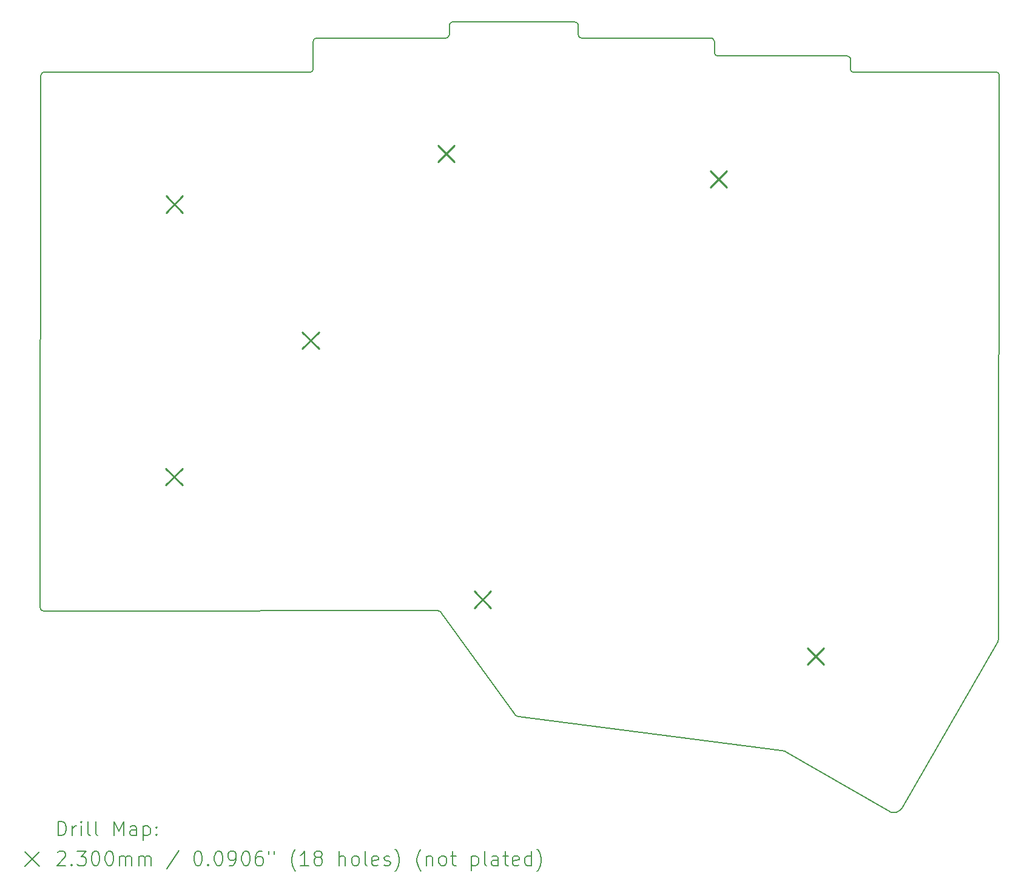
<source format=gbr>
%TF.GenerationSoftware,KiCad,Pcbnew,8.0.5*%
%TF.CreationDate,2024-10-13T19:50:44+02:00*%
%TF.ProjectId,corne-backplate,636f726e-652d-4626-9163-6b706c617465,2.0*%
%TF.SameCoordinates,Original*%
%TF.FileFunction,Drillmap*%
%TF.FilePolarity,Positive*%
%FSLAX45Y45*%
G04 Gerber Fmt 4.5, Leading zero omitted, Abs format (unit mm)*
G04 Created by KiCad (PCBNEW 8.0.5) date 2024-10-13 19:50:44*
%MOMM*%
%LPD*%
G01*
G04 APERTURE LIST*
%ADD10C,0.200000*%
%ADD11C,0.230000*%
G04 APERTURE END LIST*
D10*
X12595925Y-3678136D02*
X12606085Y-3688042D01*
X6861279Y-11237758D02*
X6849595Y-11229122D01*
X8765863Y-3007830D02*
X8752909Y-3000972D01*
X5076009Y-3677882D02*
X5083121Y-3664928D01*
X8805995Y-3213062D02*
X8819203Y-3220174D01*
X14648112Y-11623128D02*
X14649890Y-11604840D01*
X7942048Y-12697241D02*
X7950938Y-12698003D01*
X8819203Y-3220174D02*
X8835967Y-3222968D01*
X14640238Y-11655132D02*
X14644810Y-11639638D01*
X13225751Y-14033279D02*
X13240991Y-14028199D01*
X13305761Y-13976129D02*
X14628337Y-11682766D01*
X5083121Y-3664928D02*
X5085915Y-3648164D01*
X10636063Y-3222968D02*
X10041196Y-3222968D01*
X5088963Y-3256242D02*
X5085915Y-3273006D01*
X12586019Y-3647910D02*
X12589067Y-3665182D01*
X8735891Y-2997924D02*
X8735891Y-2997924D01*
X8785929Y-3047962D02*
X8783135Y-3030944D01*
X13190191Y-14037851D02*
X13208987Y-14036581D01*
X5035877Y-3697948D02*
X5053149Y-3695154D01*
X11651206Y-13179840D02*
X11633934Y-13177046D01*
X13139391Y-14027945D02*
X13154631Y-14033025D01*
X1285985Y-11202960D02*
X1296145Y-11213120D01*
X10706167Y-3462998D02*
X10719121Y-3470110D01*
X1318844Y-3700996D02*
X1305891Y-3708108D01*
X6849595Y-11229122D02*
X6834863Y-11223788D01*
X13288706Y-13995994D02*
X13298358Y-13985072D01*
X14650783Y-3718014D02*
X14640877Y-3707854D01*
X5135953Y-3222968D02*
X5118935Y-3226016D01*
X6834863Y-11223788D02*
X6825973Y-11221000D01*
X6986087Y-3172930D02*
X6986087Y-3172930D01*
X1295985Y-3718268D02*
X1288873Y-3731222D01*
X8752909Y-3000972D02*
X8735891Y-2997924D01*
X6241106Y-3222968D02*
X5135953Y-3222968D01*
X6995993Y-3018244D02*
X6988881Y-3031198D01*
X13253908Y-14021902D02*
X13266608Y-14014536D01*
X6986087Y-3047962D02*
X6985833Y-3172930D01*
X7018853Y-3000972D02*
X7005899Y-3008084D01*
X6861279Y-11237758D02*
X7915632Y-12683271D01*
X8788977Y-3190202D02*
X8796089Y-3203156D01*
X8785929Y-3172930D02*
X8785929Y-3047962D01*
X6966021Y-3213062D02*
X6976181Y-3202902D01*
X7005899Y-3008084D02*
X6995993Y-3018244D01*
X8835967Y-3222968D02*
X8835967Y-3222968D01*
X13298358Y-13985072D02*
X13304454Y-13976690D01*
X10675941Y-3243034D02*
X10665781Y-3232874D01*
X14627669Y-3700996D02*
X14610905Y-3697948D01*
X12552745Y-3475952D02*
X12535981Y-3472904D01*
X6988881Y-3031198D02*
X6986087Y-3047962D01*
X14641037Y-11655080D02*
X14645863Y-11639332D01*
X14628337Y-11682766D02*
X14635195Y-11669304D01*
X1326116Y-11223026D02*
X1326116Y-11223026D01*
X14649890Y-11604840D02*
X14650144Y-11595442D01*
X10696007Y-3453092D02*
X10706167Y-3462998D01*
X6986087Y-3047962D02*
X6986087Y-3047962D01*
X12606085Y-3688042D02*
X12619039Y-3695154D01*
X8735891Y-2997924D02*
X7035871Y-2997924D01*
X1305891Y-3708108D02*
X1295985Y-3718268D01*
X6825973Y-11221000D02*
X6230090Y-11221000D01*
X14635195Y-11669304D02*
X14641037Y-11655080D01*
X14650943Y-11604026D02*
X14650943Y-11595644D01*
X5105981Y-3233128D02*
X5095821Y-3243288D01*
X10683053Y-3255988D02*
X10675941Y-3243034D01*
X13290521Y-13995179D02*
X13299919Y-13984257D01*
X13224698Y-14033332D02*
X13240192Y-14028252D01*
X13278292Y-14005900D02*
X13288706Y-13995994D01*
X13255469Y-14021595D02*
X13267915Y-14014229D01*
X8785929Y-3172930D02*
X8788977Y-3190202D01*
X1347250Y-3697948D02*
X1318844Y-3700996D01*
X10041196Y-3222968D02*
X8835967Y-3222968D01*
X1286079Y-3747986D02*
X1276079Y-11172988D01*
X7950938Y-12698003D02*
X11617932Y-13175014D01*
X13112975Y-14014229D02*
X13125421Y-14021595D01*
X13124622Y-14021648D02*
X13138338Y-14027998D01*
X13266608Y-14014536D02*
X13278292Y-14005900D01*
X5085915Y-3648164D02*
X5085915Y-3647910D01*
X14660943Y-3747986D02*
X14650943Y-11595644D01*
X13189138Y-14037904D02*
X13207934Y-14036634D01*
X6983039Y-3189948D02*
X6986087Y-3172930D01*
X10719121Y-3470110D02*
X10735885Y-3472904D01*
X7035871Y-2997924D02*
X7018853Y-3000972D01*
X5095821Y-3243288D02*
X5088963Y-3256242D01*
X6976181Y-3202902D02*
X6983039Y-3189948D01*
X12636057Y-3697948D02*
X12636057Y-3697948D01*
X10688895Y-3440138D02*
X10696007Y-3453092D01*
X11683464Y-13187968D02*
X11667716Y-13183650D01*
X11667716Y-13183650D02*
X11651206Y-13179840D01*
X14649165Y-11622568D02*
X14650943Y-11604026D01*
X10686101Y-3423120D02*
X10686101Y-3273006D01*
X11633934Y-13177046D02*
X11617932Y-13175014D01*
X13171395Y-14036581D02*
X13190191Y-14037851D01*
X12535981Y-3472904D02*
X10735885Y-3472904D01*
X12586019Y-3522942D02*
X12582971Y-3505924D01*
X6953067Y-3220174D02*
X6966021Y-3213062D01*
X12589067Y-3665182D02*
X12595925Y-3678136D01*
X14657895Y-3730968D02*
X14650783Y-3718014D01*
X10665781Y-3232874D02*
X10652827Y-3226016D01*
X7915632Y-12683271D02*
X7927062Y-12691907D01*
X14660943Y-3747986D02*
X14657895Y-3730968D01*
X13207934Y-14036634D02*
X13224698Y-14033332D01*
X13267915Y-14014229D02*
X13280107Y-14004831D01*
X13208987Y-14036581D02*
X13225751Y-14033279D01*
X5066103Y-3688042D02*
X5076009Y-3677882D01*
X13154631Y-14033025D02*
X13171395Y-14036581D01*
X13280107Y-14004831D02*
X13290521Y-13995179D01*
X8783135Y-3030944D02*
X8776023Y-3017990D01*
X1296145Y-11213120D02*
X1309098Y-11219978D01*
X14645863Y-11639332D02*
X14649165Y-11622568D01*
X13240192Y-14028252D02*
X13253908Y-14021902D01*
X14634142Y-11669610D02*
X14640238Y-11655132D01*
X7927062Y-12691907D02*
X7942048Y-12697241D01*
X13170342Y-14036380D02*
X13189138Y-14037904D01*
X12575859Y-3492970D02*
X12565953Y-3483064D01*
X13111922Y-14014028D02*
X13124622Y-14021648D01*
X5085915Y-3273006D02*
X5085915Y-3647910D01*
X12586019Y-3522942D02*
X12586019Y-3647910D01*
X10686101Y-3423120D02*
X10688895Y-3440138D01*
X2431015Y-11223534D02*
X6230090Y-11221000D01*
X5053149Y-3695154D02*
X5066103Y-3688042D01*
X1276079Y-11172988D02*
X1278873Y-11190006D01*
X12582971Y-3505924D02*
X12575859Y-3492970D01*
X12565953Y-3483064D02*
X12552745Y-3475952D01*
X1278873Y-11190006D02*
X1285985Y-11202960D01*
X5118935Y-3226016D02*
X5105981Y-3233128D01*
X1286079Y-3747986D02*
X1286079Y-3747986D01*
X1309098Y-11219978D02*
X1326116Y-11223026D01*
X5035877Y-3697948D02*
X1347250Y-3697948D01*
X6936049Y-3222968D02*
X6953067Y-3220174D01*
X13305507Y-13976637D02*
X13305761Y-13976129D01*
X13125421Y-14021595D02*
X13139391Y-14027945D01*
X11683464Y-13187968D02*
X13112975Y-14014229D01*
X8776023Y-3017990D02*
X8765863Y-3007830D01*
X13153578Y-14033078D02*
X13170342Y-14036380D01*
X14627284Y-11682818D02*
X14634142Y-11669610D01*
X13240991Y-14028199D02*
X13255469Y-14021595D01*
X13304454Y-13976690D02*
X13304962Y-13976182D01*
X14640877Y-3707854D02*
X14627669Y-3700996D01*
X14610905Y-3697948D02*
X12636057Y-3697948D01*
X2431015Y-11223534D02*
X1326116Y-11223026D01*
X13299919Y-13984257D02*
X13305507Y-13976637D01*
X13138338Y-14027998D02*
X13153578Y-14033078D01*
X10686101Y-3273006D02*
X10683053Y-3255988D01*
X1288873Y-3731222D02*
X1286079Y-3747986D01*
X14644810Y-11639638D02*
X14648112Y-11623128D01*
X12619039Y-3695154D02*
X12636057Y-3697948D01*
X10652827Y-3226016D02*
X10636063Y-3222968D01*
X8796089Y-3203156D02*
X8805995Y-3213062D01*
X6936049Y-3222968D02*
X6241106Y-3222968D01*
D11*
X3031250Y-9234500D02*
X3261250Y-9464500D01*
X3261250Y-9234500D02*
X3031250Y-9464500D01*
X3031250Y-9234500D02*
X3261250Y-9464500D01*
X3261250Y-9234500D02*
X3031250Y-9464500D01*
X3031250Y-9234500D02*
X3261250Y-9464500D01*
X3261250Y-9234500D02*
X3031250Y-9464500D01*
X3031250Y-9234500D02*
X3261250Y-9464500D01*
X3261250Y-9234500D02*
X3031250Y-9464500D01*
X3036250Y-5429500D02*
X3266250Y-5659500D01*
X3266250Y-5429500D02*
X3036250Y-5659500D01*
X3036250Y-5429500D02*
X3266250Y-5659500D01*
X3266250Y-5429500D02*
X3036250Y-5659500D01*
X4936250Y-7329500D02*
X5166250Y-7559500D01*
X5166250Y-7329500D02*
X4936250Y-7559500D01*
X4936250Y-7329500D02*
X5166250Y-7559500D01*
X5166250Y-7329500D02*
X4936250Y-7559500D01*
X6831250Y-4719500D02*
X7061250Y-4949500D01*
X7061250Y-4719500D02*
X6831250Y-4949500D01*
X6831250Y-4719500D02*
X7061250Y-4949500D01*
X7061250Y-4719500D02*
X6831250Y-4949500D01*
X6831250Y-4719500D02*
X7061250Y-4949500D01*
X7061250Y-4719500D02*
X6831250Y-4949500D01*
X6831250Y-4719500D02*
X7061250Y-4949500D01*
X7061250Y-4719500D02*
X6831250Y-4949500D01*
X7336250Y-10949500D02*
X7566250Y-11179500D01*
X7566250Y-10949500D02*
X7336250Y-11179500D01*
X7336250Y-10949500D02*
X7566250Y-11179500D01*
X7566250Y-10949500D02*
X7336250Y-11179500D01*
X10626250Y-5079500D02*
X10856250Y-5309500D01*
X10856250Y-5079500D02*
X10626250Y-5309500D01*
X10626250Y-5079500D02*
X10856250Y-5309500D01*
X10856250Y-5079500D02*
X10626250Y-5309500D01*
X11983657Y-11738790D02*
X12213657Y-11968790D01*
X12213657Y-11738790D02*
X11983657Y-11968790D01*
X11983657Y-11738790D02*
X12213657Y-11968790D01*
X12213657Y-11738790D02*
X11983657Y-11968790D01*
D10*
X1526855Y-14359388D02*
X1526855Y-14159388D01*
X1526855Y-14159388D02*
X1574474Y-14159388D01*
X1574474Y-14159388D02*
X1603046Y-14168911D01*
X1603046Y-14168911D02*
X1622093Y-14187959D01*
X1622093Y-14187959D02*
X1631617Y-14207007D01*
X1631617Y-14207007D02*
X1641141Y-14245102D01*
X1641141Y-14245102D02*
X1641141Y-14273673D01*
X1641141Y-14273673D02*
X1631617Y-14311768D01*
X1631617Y-14311768D02*
X1622093Y-14330816D01*
X1622093Y-14330816D02*
X1603046Y-14349864D01*
X1603046Y-14349864D02*
X1574474Y-14359388D01*
X1574474Y-14359388D02*
X1526855Y-14359388D01*
X1726855Y-14359388D02*
X1726855Y-14226054D01*
X1726855Y-14264149D02*
X1736379Y-14245102D01*
X1736379Y-14245102D02*
X1745903Y-14235578D01*
X1745903Y-14235578D02*
X1764950Y-14226054D01*
X1764950Y-14226054D02*
X1783998Y-14226054D01*
X1850665Y-14359388D02*
X1850665Y-14226054D01*
X1850665Y-14159388D02*
X1841141Y-14168911D01*
X1841141Y-14168911D02*
X1850665Y-14178435D01*
X1850665Y-14178435D02*
X1860189Y-14168911D01*
X1860189Y-14168911D02*
X1850665Y-14159388D01*
X1850665Y-14159388D02*
X1850665Y-14178435D01*
X1974474Y-14359388D02*
X1955427Y-14349864D01*
X1955427Y-14349864D02*
X1945903Y-14330816D01*
X1945903Y-14330816D02*
X1945903Y-14159388D01*
X2079236Y-14359388D02*
X2060189Y-14349864D01*
X2060189Y-14349864D02*
X2050665Y-14330816D01*
X2050665Y-14330816D02*
X2050665Y-14159388D01*
X2307808Y-14359388D02*
X2307808Y-14159388D01*
X2307808Y-14159388D02*
X2374474Y-14302245D01*
X2374474Y-14302245D02*
X2441141Y-14159388D01*
X2441141Y-14159388D02*
X2441141Y-14359388D01*
X2622093Y-14359388D02*
X2622093Y-14254626D01*
X2622093Y-14254626D02*
X2612570Y-14235578D01*
X2612570Y-14235578D02*
X2593522Y-14226054D01*
X2593522Y-14226054D02*
X2555427Y-14226054D01*
X2555427Y-14226054D02*
X2536379Y-14235578D01*
X2622093Y-14349864D02*
X2603046Y-14359388D01*
X2603046Y-14359388D02*
X2555427Y-14359388D01*
X2555427Y-14359388D02*
X2536379Y-14349864D01*
X2536379Y-14349864D02*
X2526855Y-14330816D01*
X2526855Y-14330816D02*
X2526855Y-14311768D01*
X2526855Y-14311768D02*
X2536379Y-14292721D01*
X2536379Y-14292721D02*
X2555427Y-14283197D01*
X2555427Y-14283197D02*
X2603046Y-14283197D01*
X2603046Y-14283197D02*
X2622093Y-14273673D01*
X2717332Y-14226054D02*
X2717332Y-14426054D01*
X2717332Y-14235578D02*
X2736379Y-14226054D01*
X2736379Y-14226054D02*
X2774474Y-14226054D01*
X2774474Y-14226054D02*
X2793522Y-14235578D01*
X2793522Y-14235578D02*
X2803046Y-14245102D01*
X2803046Y-14245102D02*
X2812570Y-14264149D01*
X2812570Y-14264149D02*
X2812570Y-14321292D01*
X2812570Y-14321292D02*
X2803046Y-14340340D01*
X2803046Y-14340340D02*
X2793522Y-14349864D01*
X2793522Y-14349864D02*
X2774474Y-14359388D01*
X2774474Y-14359388D02*
X2736379Y-14359388D01*
X2736379Y-14359388D02*
X2717332Y-14349864D01*
X2898284Y-14340340D02*
X2907808Y-14349864D01*
X2907808Y-14349864D02*
X2898284Y-14359388D01*
X2898284Y-14359388D02*
X2888760Y-14349864D01*
X2888760Y-14349864D02*
X2898284Y-14340340D01*
X2898284Y-14340340D02*
X2898284Y-14359388D01*
X2898284Y-14235578D02*
X2907808Y-14245102D01*
X2907808Y-14245102D02*
X2898284Y-14254626D01*
X2898284Y-14254626D02*
X2888760Y-14245102D01*
X2888760Y-14245102D02*
X2898284Y-14235578D01*
X2898284Y-14235578D02*
X2898284Y-14254626D01*
X1066079Y-14587904D02*
X1266079Y-14787904D01*
X1266079Y-14587904D02*
X1066079Y-14787904D01*
X1517331Y-14598435D02*
X1526855Y-14588911D01*
X1526855Y-14588911D02*
X1545903Y-14579388D01*
X1545903Y-14579388D02*
X1593522Y-14579388D01*
X1593522Y-14579388D02*
X1612570Y-14588911D01*
X1612570Y-14588911D02*
X1622093Y-14598435D01*
X1622093Y-14598435D02*
X1631617Y-14617483D01*
X1631617Y-14617483D02*
X1631617Y-14636530D01*
X1631617Y-14636530D02*
X1622093Y-14665102D01*
X1622093Y-14665102D02*
X1507808Y-14779388D01*
X1507808Y-14779388D02*
X1631617Y-14779388D01*
X1717331Y-14760340D02*
X1726855Y-14769864D01*
X1726855Y-14769864D02*
X1717331Y-14779388D01*
X1717331Y-14779388D02*
X1707808Y-14769864D01*
X1707808Y-14769864D02*
X1717331Y-14760340D01*
X1717331Y-14760340D02*
X1717331Y-14779388D01*
X1793522Y-14579388D02*
X1917331Y-14579388D01*
X1917331Y-14579388D02*
X1850665Y-14655578D01*
X1850665Y-14655578D02*
X1879236Y-14655578D01*
X1879236Y-14655578D02*
X1898284Y-14665102D01*
X1898284Y-14665102D02*
X1907808Y-14674626D01*
X1907808Y-14674626D02*
X1917331Y-14693673D01*
X1917331Y-14693673D02*
X1917331Y-14741292D01*
X1917331Y-14741292D02*
X1907808Y-14760340D01*
X1907808Y-14760340D02*
X1898284Y-14769864D01*
X1898284Y-14769864D02*
X1879236Y-14779388D01*
X1879236Y-14779388D02*
X1822093Y-14779388D01*
X1822093Y-14779388D02*
X1803046Y-14769864D01*
X1803046Y-14769864D02*
X1793522Y-14760340D01*
X2041141Y-14579388D02*
X2060189Y-14579388D01*
X2060189Y-14579388D02*
X2079236Y-14588911D01*
X2079236Y-14588911D02*
X2088760Y-14598435D01*
X2088760Y-14598435D02*
X2098284Y-14617483D01*
X2098284Y-14617483D02*
X2107808Y-14655578D01*
X2107808Y-14655578D02*
X2107808Y-14703197D01*
X2107808Y-14703197D02*
X2098284Y-14741292D01*
X2098284Y-14741292D02*
X2088760Y-14760340D01*
X2088760Y-14760340D02*
X2079236Y-14769864D01*
X2079236Y-14769864D02*
X2060189Y-14779388D01*
X2060189Y-14779388D02*
X2041141Y-14779388D01*
X2041141Y-14779388D02*
X2022093Y-14769864D01*
X2022093Y-14769864D02*
X2012570Y-14760340D01*
X2012570Y-14760340D02*
X2003046Y-14741292D01*
X2003046Y-14741292D02*
X1993522Y-14703197D01*
X1993522Y-14703197D02*
X1993522Y-14655578D01*
X1993522Y-14655578D02*
X2003046Y-14617483D01*
X2003046Y-14617483D02*
X2012570Y-14598435D01*
X2012570Y-14598435D02*
X2022093Y-14588911D01*
X2022093Y-14588911D02*
X2041141Y-14579388D01*
X2231617Y-14579388D02*
X2250665Y-14579388D01*
X2250665Y-14579388D02*
X2269713Y-14588911D01*
X2269713Y-14588911D02*
X2279236Y-14598435D01*
X2279236Y-14598435D02*
X2288760Y-14617483D01*
X2288760Y-14617483D02*
X2298284Y-14655578D01*
X2298284Y-14655578D02*
X2298284Y-14703197D01*
X2298284Y-14703197D02*
X2288760Y-14741292D01*
X2288760Y-14741292D02*
X2279236Y-14760340D01*
X2279236Y-14760340D02*
X2269713Y-14769864D01*
X2269713Y-14769864D02*
X2250665Y-14779388D01*
X2250665Y-14779388D02*
X2231617Y-14779388D01*
X2231617Y-14779388D02*
X2212570Y-14769864D01*
X2212570Y-14769864D02*
X2203046Y-14760340D01*
X2203046Y-14760340D02*
X2193522Y-14741292D01*
X2193522Y-14741292D02*
X2183998Y-14703197D01*
X2183998Y-14703197D02*
X2183998Y-14655578D01*
X2183998Y-14655578D02*
X2193522Y-14617483D01*
X2193522Y-14617483D02*
X2203046Y-14598435D01*
X2203046Y-14598435D02*
X2212570Y-14588911D01*
X2212570Y-14588911D02*
X2231617Y-14579388D01*
X2383998Y-14779388D02*
X2383998Y-14646054D01*
X2383998Y-14665102D02*
X2393522Y-14655578D01*
X2393522Y-14655578D02*
X2412570Y-14646054D01*
X2412570Y-14646054D02*
X2441141Y-14646054D01*
X2441141Y-14646054D02*
X2460189Y-14655578D01*
X2460189Y-14655578D02*
X2469713Y-14674626D01*
X2469713Y-14674626D02*
X2469713Y-14779388D01*
X2469713Y-14674626D02*
X2479236Y-14655578D01*
X2479236Y-14655578D02*
X2498284Y-14646054D01*
X2498284Y-14646054D02*
X2526855Y-14646054D01*
X2526855Y-14646054D02*
X2545903Y-14655578D01*
X2545903Y-14655578D02*
X2555427Y-14674626D01*
X2555427Y-14674626D02*
X2555427Y-14779388D01*
X2650665Y-14779388D02*
X2650665Y-14646054D01*
X2650665Y-14665102D02*
X2660189Y-14655578D01*
X2660189Y-14655578D02*
X2679236Y-14646054D01*
X2679236Y-14646054D02*
X2707808Y-14646054D01*
X2707808Y-14646054D02*
X2726855Y-14655578D01*
X2726855Y-14655578D02*
X2736379Y-14674626D01*
X2736379Y-14674626D02*
X2736379Y-14779388D01*
X2736379Y-14674626D02*
X2745903Y-14655578D01*
X2745903Y-14655578D02*
X2764951Y-14646054D01*
X2764951Y-14646054D02*
X2793522Y-14646054D01*
X2793522Y-14646054D02*
X2812570Y-14655578D01*
X2812570Y-14655578D02*
X2822093Y-14674626D01*
X2822093Y-14674626D02*
X2822093Y-14779388D01*
X3212570Y-14569864D02*
X3041141Y-14827007D01*
X3469713Y-14579388D02*
X3488760Y-14579388D01*
X3488760Y-14579388D02*
X3507808Y-14588911D01*
X3507808Y-14588911D02*
X3517332Y-14598435D01*
X3517332Y-14598435D02*
X3526855Y-14617483D01*
X3526855Y-14617483D02*
X3536379Y-14655578D01*
X3536379Y-14655578D02*
X3536379Y-14703197D01*
X3536379Y-14703197D02*
X3526855Y-14741292D01*
X3526855Y-14741292D02*
X3517332Y-14760340D01*
X3517332Y-14760340D02*
X3507808Y-14769864D01*
X3507808Y-14769864D02*
X3488760Y-14779388D01*
X3488760Y-14779388D02*
X3469713Y-14779388D01*
X3469713Y-14779388D02*
X3450665Y-14769864D01*
X3450665Y-14769864D02*
X3441141Y-14760340D01*
X3441141Y-14760340D02*
X3431617Y-14741292D01*
X3431617Y-14741292D02*
X3422094Y-14703197D01*
X3422094Y-14703197D02*
X3422094Y-14655578D01*
X3422094Y-14655578D02*
X3431617Y-14617483D01*
X3431617Y-14617483D02*
X3441141Y-14598435D01*
X3441141Y-14598435D02*
X3450665Y-14588911D01*
X3450665Y-14588911D02*
X3469713Y-14579388D01*
X3622094Y-14760340D02*
X3631617Y-14769864D01*
X3631617Y-14769864D02*
X3622094Y-14779388D01*
X3622094Y-14779388D02*
X3612570Y-14769864D01*
X3612570Y-14769864D02*
X3622094Y-14760340D01*
X3622094Y-14760340D02*
X3622094Y-14779388D01*
X3755427Y-14579388D02*
X3774475Y-14579388D01*
X3774475Y-14579388D02*
X3793522Y-14588911D01*
X3793522Y-14588911D02*
X3803046Y-14598435D01*
X3803046Y-14598435D02*
X3812570Y-14617483D01*
X3812570Y-14617483D02*
X3822094Y-14655578D01*
X3822094Y-14655578D02*
X3822094Y-14703197D01*
X3822094Y-14703197D02*
X3812570Y-14741292D01*
X3812570Y-14741292D02*
X3803046Y-14760340D01*
X3803046Y-14760340D02*
X3793522Y-14769864D01*
X3793522Y-14769864D02*
X3774475Y-14779388D01*
X3774475Y-14779388D02*
X3755427Y-14779388D01*
X3755427Y-14779388D02*
X3736379Y-14769864D01*
X3736379Y-14769864D02*
X3726855Y-14760340D01*
X3726855Y-14760340D02*
X3717332Y-14741292D01*
X3717332Y-14741292D02*
X3707808Y-14703197D01*
X3707808Y-14703197D02*
X3707808Y-14655578D01*
X3707808Y-14655578D02*
X3717332Y-14617483D01*
X3717332Y-14617483D02*
X3726855Y-14598435D01*
X3726855Y-14598435D02*
X3736379Y-14588911D01*
X3736379Y-14588911D02*
X3755427Y-14579388D01*
X3917332Y-14779388D02*
X3955427Y-14779388D01*
X3955427Y-14779388D02*
X3974475Y-14769864D01*
X3974475Y-14769864D02*
X3983998Y-14760340D01*
X3983998Y-14760340D02*
X4003046Y-14731768D01*
X4003046Y-14731768D02*
X4012570Y-14693673D01*
X4012570Y-14693673D02*
X4012570Y-14617483D01*
X4012570Y-14617483D02*
X4003046Y-14598435D01*
X4003046Y-14598435D02*
X3993522Y-14588911D01*
X3993522Y-14588911D02*
X3974475Y-14579388D01*
X3974475Y-14579388D02*
X3936379Y-14579388D01*
X3936379Y-14579388D02*
X3917332Y-14588911D01*
X3917332Y-14588911D02*
X3907808Y-14598435D01*
X3907808Y-14598435D02*
X3898284Y-14617483D01*
X3898284Y-14617483D02*
X3898284Y-14665102D01*
X3898284Y-14665102D02*
X3907808Y-14684149D01*
X3907808Y-14684149D02*
X3917332Y-14693673D01*
X3917332Y-14693673D02*
X3936379Y-14703197D01*
X3936379Y-14703197D02*
X3974475Y-14703197D01*
X3974475Y-14703197D02*
X3993522Y-14693673D01*
X3993522Y-14693673D02*
X4003046Y-14684149D01*
X4003046Y-14684149D02*
X4012570Y-14665102D01*
X4136379Y-14579388D02*
X4155427Y-14579388D01*
X4155427Y-14579388D02*
X4174475Y-14588911D01*
X4174475Y-14588911D02*
X4183998Y-14598435D01*
X4183998Y-14598435D02*
X4193522Y-14617483D01*
X4193522Y-14617483D02*
X4203046Y-14655578D01*
X4203046Y-14655578D02*
X4203046Y-14703197D01*
X4203046Y-14703197D02*
X4193522Y-14741292D01*
X4193522Y-14741292D02*
X4183998Y-14760340D01*
X4183998Y-14760340D02*
X4174475Y-14769864D01*
X4174475Y-14769864D02*
X4155427Y-14779388D01*
X4155427Y-14779388D02*
X4136379Y-14779388D01*
X4136379Y-14779388D02*
X4117332Y-14769864D01*
X4117332Y-14769864D02*
X4107808Y-14760340D01*
X4107808Y-14760340D02*
X4098284Y-14741292D01*
X4098284Y-14741292D02*
X4088760Y-14703197D01*
X4088760Y-14703197D02*
X4088760Y-14655578D01*
X4088760Y-14655578D02*
X4098284Y-14617483D01*
X4098284Y-14617483D02*
X4107808Y-14598435D01*
X4107808Y-14598435D02*
X4117332Y-14588911D01*
X4117332Y-14588911D02*
X4136379Y-14579388D01*
X4374475Y-14579388D02*
X4336379Y-14579388D01*
X4336379Y-14579388D02*
X4317332Y-14588911D01*
X4317332Y-14588911D02*
X4307808Y-14598435D01*
X4307808Y-14598435D02*
X4288760Y-14627007D01*
X4288760Y-14627007D02*
X4279237Y-14665102D01*
X4279237Y-14665102D02*
X4279237Y-14741292D01*
X4279237Y-14741292D02*
X4288760Y-14760340D01*
X4288760Y-14760340D02*
X4298284Y-14769864D01*
X4298284Y-14769864D02*
X4317332Y-14779388D01*
X4317332Y-14779388D02*
X4355427Y-14779388D01*
X4355427Y-14779388D02*
X4374475Y-14769864D01*
X4374475Y-14769864D02*
X4383998Y-14760340D01*
X4383998Y-14760340D02*
X4393522Y-14741292D01*
X4393522Y-14741292D02*
X4393522Y-14693673D01*
X4393522Y-14693673D02*
X4383998Y-14674626D01*
X4383998Y-14674626D02*
X4374475Y-14665102D01*
X4374475Y-14665102D02*
X4355427Y-14655578D01*
X4355427Y-14655578D02*
X4317332Y-14655578D01*
X4317332Y-14655578D02*
X4298284Y-14665102D01*
X4298284Y-14665102D02*
X4288760Y-14674626D01*
X4288760Y-14674626D02*
X4279237Y-14693673D01*
X4469713Y-14579388D02*
X4469713Y-14617483D01*
X4545903Y-14579388D02*
X4545903Y-14617483D01*
X4841141Y-14855578D02*
X4831618Y-14846054D01*
X4831618Y-14846054D02*
X4812570Y-14817483D01*
X4812570Y-14817483D02*
X4803046Y-14798435D01*
X4803046Y-14798435D02*
X4793522Y-14769864D01*
X4793522Y-14769864D02*
X4783999Y-14722245D01*
X4783999Y-14722245D02*
X4783999Y-14684149D01*
X4783999Y-14684149D02*
X4793522Y-14636530D01*
X4793522Y-14636530D02*
X4803046Y-14607959D01*
X4803046Y-14607959D02*
X4812570Y-14588911D01*
X4812570Y-14588911D02*
X4831618Y-14560340D01*
X4831618Y-14560340D02*
X4841141Y-14550816D01*
X5022094Y-14779388D02*
X4907808Y-14779388D01*
X4964951Y-14779388D02*
X4964951Y-14579388D01*
X4964951Y-14579388D02*
X4945903Y-14607959D01*
X4945903Y-14607959D02*
X4926856Y-14627007D01*
X4926856Y-14627007D02*
X4907808Y-14636530D01*
X5136379Y-14665102D02*
X5117332Y-14655578D01*
X5117332Y-14655578D02*
X5107808Y-14646054D01*
X5107808Y-14646054D02*
X5098284Y-14627007D01*
X5098284Y-14627007D02*
X5098284Y-14617483D01*
X5098284Y-14617483D02*
X5107808Y-14598435D01*
X5107808Y-14598435D02*
X5117332Y-14588911D01*
X5117332Y-14588911D02*
X5136379Y-14579388D01*
X5136379Y-14579388D02*
X5174475Y-14579388D01*
X5174475Y-14579388D02*
X5193522Y-14588911D01*
X5193522Y-14588911D02*
X5203046Y-14598435D01*
X5203046Y-14598435D02*
X5212570Y-14617483D01*
X5212570Y-14617483D02*
X5212570Y-14627007D01*
X5212570Y-14627007D02*
X5203046Y-14646054D01*
X5203046Y-14646054D02*
X5193522Y-14655578D01*
X5193522Y-14655578D02*
X5174475Y-14665102D01*
X5174475Y-14665102D02*
X5136379Y-14665102D01*
X5136379Y-14665102D02*
X5117332Y-14674626D01*
X5117332Y-14674626D02*
X5107808Y-14684149D01*
X5107808Y-14684149D02*
X5098284Y-14703197D01*
X5098284Y-14703197D02*
X5098284Y-14741292D01*
X5098284Y-14741292D02*
X5107808Y-14760340D01*
X5107808Y-14760340D02*
X5117332Y-14769864D01*
X5117332Y-14769864D02*
X5136379Y-14779388D01*
X5136379Y-14779388D02*
X5174475Y-14779388D01*
X5174475Y-14779388D02*
X5193522Y-14769864D01*
X5193522Y-14769864D02*
X5203046Y-14760340D01*
X5203046Y-14760340D02*
X5212570Y-14741292D01*
X5212570Y-14741292D02*
X5212570Y-14703197D01*
X5212570Y-14703197D02*
X5203046Y-14684149D01*
X5203046Y-14684149D02*
X5193522Y-14674626D01*
X5193522Y-14674626D02*
X5174475Y-14665102D01*
X5450665Y-14779388D02*
X5450665Y-14579388D01*
X5536380Y-14779388D02*
X5536380Y-14674626D01*
X5536380Y-14674626D02*
X5526856Y-14655578D01*
X5526856Y-14655578D02*
X5507808Y-14646054D01*
X5507808Y-14646054D02*
X5479237Y-14646054D01*
X5479237Y-14646054D02*
X5460189Y-14655578D01*
X5460189Y-14655578D02*
X5450665Y-14665102D01*
X5660189Y-14779388D02*
X5641141Y-14769864D01*
X5641141Y-14769864D02*
X5631618Y-14760340D01*
X5631618Y-14760340D02*
X5622094Y-14741292D01*
X5622094Y-14741292D02*
X5622094Y-14684149D01*
X5622094Y-14684149D02*
X5631618Y-14665102D01*
X5631618Y-14665102D02*
X5641141Y-14655578D01*
X5641141Y-14655578D02*
X5660189Y-14646054D01*
X5660189Y-14646054D02*
X5688760Y-14646054D01*
X5688760Y-14646054D02*
X5707808Y-14655578D01*
X5707808Y-14655578D02*
X5717332Y-14665102D01*
X5717332Y-14665102D02*
X5726856Y-14684149D01*
X5726856Y-14684149D02*
X5726856Y-14741292D01*
X5726856Y-14741292D02*
X5717332Y-14760340D01*
X5717332Y-14760340D02*
X5707808Y-14769864D01*
X5707808Y-14769864D02*
X5688760Y-14779388D01*
X5688760Y-14779388D02*
X5660189Y-14779388D01*
X5841141Y-14779388D02*
X5822094Y-14769864D01*
X5822094Y-14769864D02*
X5812570Y-14750816D01*
X5812570Y-14750816D02*
X5812570Y-14579388D01*
X5993522Y-14769864D02*
X5974475Y-14779388D01*
X5974475Y-14779388D02*
X5936379Y-14779388D01*
X5936379Y-14779388D02*
X5917332Y-14769864D01*
X5917332Y-14769864D02*
X5907808Y-14750816D01*
X5907808Y-14750816D02*
X5907808Y-14674626D01*
X5907808Y-14674626D02*
X5917332Y-14655578D01*
X5917332Y-14655578D02*
X5936379Y-14646054D01*
X5936379Y-14646054D02*
X5974475Y-14646054D01*
X5974475Y-14646054D02*
X5993522Y-14655578D01*
X5993522Y-14655578D02*
X6003046Y-14674626D01*
X6003046Y-14674626D02*
X6003046Y-14693673D01*
X6003046Y-14693673D02*
X5907808Y-14712721D01*
X6079237Y-14769864D02*
X6098284Y-14779388D01*
X6098284Y-14779388D02*
X6136379Y-14779388D01*
X6136379Y-14779388D02*
X6155427Y-14769864D01*
X6155427Y-14769864D02*
X6164951Y-14750816D01*
X6164951Y-14750816D02*
X6164951Y-14741292D01*
X6164951Y-14741292D02*
X6155427Y-14722245D01*
X6155427Y-14722245D02*
X6136379Y-14712721D01*
X6136379Y-14712721D02*
X6107808Y-14712721D01*
X6107808Y-14712721D02*
X6088760Y-14703197D01*
X6088760Y-14703197D02*
X6079237Y-14684149D01*
X6079237Y-14684149D02*
X6079237Y-14674626D01*
X6079237Y-14674626D02*
X6088760Y-14655578D01*
X6088760Y-14655578D02*
X6107808Y-14646054D01*
X6107808Y-14646054D02*
X6136379Y-14646054D01*
X6136379Y-14646054D02*
X6155427Y-14655578D01*
X6231618Y-14855578D02*
X6241141Y-14846054D01*
X6241141Y-14846054D02*
X6260189Y-14817483D01*
X6260189Y-14817483D02*
X6269713Y-14798435D01*
X6269713Y-14798435D02*
X6279237Y-14769864D01*
X6279237Y-14769864D02*
X6288760Y-14722245D01*
X6288760Y-14722245D02*
X6288760Y-14684149D01*
X6288760Y-14684149D02*
X6279237Y-14636530D01*
X6279237Y-14636530D02*
X6269713Y-14607959D01*
X6269713Y-14607959D02*
X6260189Y-14588911D01*
X6260189Y-14588911D02*
X6241141Y-14560340D01*
X6241141Y-14560340D02*
X6231618Y-14550816D01*
X6593522Y-14855578D02*
X6583999Y-14846054D01*
X6583999Y-14846054D02*
X6564951Y-14817483D01*
X6564951Y-14817483D02*
X6555427Y-14798435D01*
X6555427Y-14798435D02*
X6545903Y-14769864D01*
X6545903Y-14769864D02*
X6536380Y-14722245D01*
X6536380Y-14722245D02*
X6536380Y-14684149D01*
X6536380Y-14684149D02*
X6545903Y-14636530D01*
X6545903Y-14636530D02*
X6555427Y-14607959D01*
X6555427Y-14607959D02*
X6564951Y-14588911D01*
X6564951Y-14588911D02*
X6583999Y-14560340D01*
X6583999Y-14560340D02*
X6593522Y-14550816D01*
X6669713Y-14646054D02*
X6669713Y-14779388D01*
X6669713Y-14665102D02*
X6679237Y-14655578D01*
X6679237Y-14655578D02*
X6698284Y-14646054D01*
X6698284Y-14646054D02*
X6726856Y-14646054D01*
X6726856Y-14646054D02*
X6745903Y-14655578D01*
X6745903Y-14655578D02*
X6755427Y-14674626D01*
X6755427Y-14674626D02*
X6755427Y-14779388D01*
X6879237Y-14779388D02*
X6860189Y-14769864D01*
X6860189Y-14769864D02*
X6850665Y-14760340D01*
X6850665Y-14760340D02*
X6841141Y-14741292D01*
X6841141Y-14741292D02*
X6841141Y-14684149D01*
X6841141Y-14684149D02*
X6850665Y-14665102D01*
X6850665Y-14665102D02*
X6860189Y-14655578D01*
X6860189Y-14655578D02*
X6879237Y-14646054D01*
X6879237Y-14646054D02*
X6907808Y-14646054D01*
X6907808Y-14646054D02*
X6926856Y-14655578D01*
X6926856Y-14655578D02*
X6936380Y-14665102D01*
X6936380Y-14665102D02*
X6945903Y-14684149D01*
X6945903Y-14684149D02*
X6945903Y-14741292D01*
X6945903Y-14741292D02*
X6936380Y-14760340D01*
X6936380Y-14760340D02*
X6926856Y-14769864D01*
X6926856Y-14769864D02*
X6907808Y-14779388D01*
X6907808Y-14779388D02*
X6879237Y-14779388D01*
X7003046Y-14646054D02*
X7079237Y-14646054D01*
X7031618Y-14579388D02*
X7031618Y-14750816D01*
X7031618Y-14750816D02*
X7041141Y-14769864D01*
X7041141Y-14769864D02*
X7060189Y-14779388D01*
X7060189Y-14779388D02*
X7079237Y-14779388D01*
X7298284Y-14646054D02*
X7298284Y-14846054D01*
X7298284Y-14655578D02*
X7317332Y-14646054D01*
X7317332Y-14646054D02*
X7355427Y-14646054D01*
X7355427Y-14646054D02*
X7374475Y-14655578D01*
X7374475Y-14655578D02*
X7383999Y-14665102D01*
X7383999Y-14665102D02*
X7393522Y-14684149D01*
X7393522Y-14684149D02*
X7393522Y-14741292D01*
X7393522Y-14741292D02*
X7383999Y-14760340D01*
X7383999Y-14760340D02*
X7374475Y-14769864D01*
X7374475Y-14769864D02*
X7355427Y-14779388D01*
X7355427Y-14779388D02*
X7317332Y-14779388D01*
X7317332Y-14779388D02*
X7298284Y-14769864D01*
X7507808Y-14779388D02*
X7488761Y-14769864D01*
X7488761Y-14769864D02*
X7479237Y-14750816D01*
X7479237Y-14750816D02*
X7479237Y-14579388D01*
X7669713Y-14779388D02*
X7669713Y-14674626D01*
X7669713Y-14674626D02*
X7660189Y-14655578D01*
X7660189Y-14655578D02*
X7641142Y-14646054D01*
X7641142Y-14646054D02*
X7603046Y-14646054D01*
X7603046Y-14646054D02*
X7583999Y-14655578D01*
X7669713Y-14769864D02*
X7650665Y-14779388D01*
X7650665Y-14779388D02*
X7603046Y-14779388D01*
X7603046Y-14779388D02*
X7583999Y-14769864D01*
X7583999Y-14769864D02*
X7574475Y-14750816D01*
X7574475Y-14750816D02*
X7574475Y-14731768D01*
X7574475Y-14731768D02*
X7583999Y-14712721D01*
X7583999Y-14712721D02*
X7603046Y-14703197D01*
X7603046Y-14703197D02*
X7650665Y-14703197D01*
X7650665Y-14703197D02*
X7669713Y-14693673D01*
X7736380Y-14646054D02*
X7812570Y-14646054D01*
X7764951Y-14579388D02*
X7764951Y-14750816D01*
X7764951Y-14750816D02*
X7774475Y-14769864D01*
X7774475Y-14769864D02*
X7793522Y-14779388D01*
X7793522Y-14779388D02*
X7812570Y-14779388D01*
X7955427Y-14769864D02*
X7936380Y-14779388D01*
X7936380Y-14779388D02*
X7898284Y-14779388D01*
X7898284Y-14779388D02*
X7879237Y-14769864D01*
X7879237Y-14769864D02*
X7869713Y-14750816D01*
X7869713Y-14750816D02*
X7869713Y-14674626D01*
X7869713Y-14674626D02*
X7879237Y-14655578D01*
X7879237Y-14655578D02*
X7898284Y-14646054D01*
X7898284Y-14646054D02*
X7936380Y-14646054D01*
X7936380Y-14646054D02*
X7955427Y-14655578D01*
X7955427Y-14655578D02*
X7964951Y-14674626D01*
X7964951Y-14674626D02*
X7964951Y-14693673D01*
X7964951Y-14693673D02*
X7869713Y-14712721D01*
X8136380Y-14779388D02*
X8136380Y-14579388D01*
X8136380Y-14769864D02*
X8117332Y-14779388D01*
X8117332Y-14779388D02*
X8079237Y-14779388D01*
X8079237Y-14779388D02*
X8060189Y-14769864D01*
X8060189Y-14769864D02*
X8050665Y-14760340D01*
X8050665Y-14760340D02*
X8041142Y-14741292D01*
X8041142Y-14741292D02*
X8041142Y-14684149D01*
X8041142Y-14684149D02*
X8050665Y-14665102D01*
X8050665Y-14665102D02*
X8060189Y-14655578D01*
X8060189Y-14655578D02*
X8079237Y-14646054D01*
X8079237Y-14646054D02*
X8117332Y-14646054D01*
X8117332Y-14646054D02*
X8136380Y-14655578D01*
X8212570Y-14855578D02*
X8222094Y-14846054D01*
X8222094Y-14846054D02*
X8241142Y-14817483D01*
X8241142Y-14817483D02*
X8250665Y-14798435D01*
X8250665Y-14798435D02*
X8260189Y-14769864D01*
X8260189Y-14769864D02*
X8269713Y-14722245D01*
X8269713Y-14722245D02*
X8269713Y-14684149D01*
X8269713Y-14684149D02*
X8260189Y-14636530D01*
X8260189Y-14636530D02*
X8250665Y-14607959D01*
X8250665Y-14607959D02*
X8241142Y-14588911D01*
X8241142Y-14588911D02*
X8222094Y-14560340D01*
X8222094Y-14560340D02*
X8212570Y-14550816D01*
M02*

</source>
